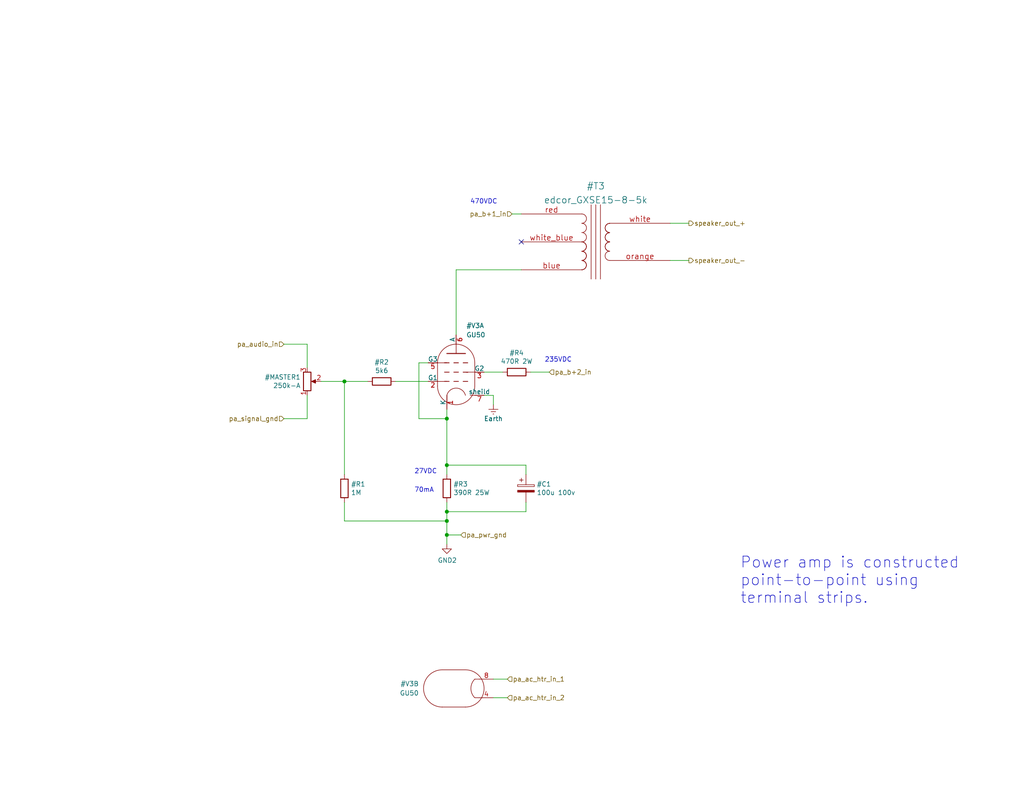
<source format=kicad_sch>
(kicad_sch (version 20211123) (generator eeschema)
  (paper "USLetter")
  (title_block (title "It is the Champion") (date "2022-07-16") (rev "0.1") (comment 1 "creativecommons.org/licenses/by/4.0/") (comment 2 "License: CC by 4.0") (comment 3 "Author: Jordan Aceto"))
  (lib_symbols
    (symbol "Device:C_Polarized" (pin_numbers hide) (pin_names (offset 0.254))
      (property "Reference" "C" (at 0.635 2.54 0))
      (property "Value" "C_Polarized" (at 0.635 -2.54 0))
      (symbol "C_Polarized_0_1"
        (rectangle (start -2.286 0.508) (end 2.286 1.016))
        (polyline (pts (xy -1.778 2.286) (xy -0.762 2.286)))
        (polyline (pts (xy -1.27 2.794) (xy -1.27 1.778)))
        (rectangle (start 2.286 -0.508) (end -2.286 -1.016) (fill (type outline)))
      )
      (symbol "C_Polarized_1_1"
        (pin passive line (at 0 3.81 270) (length 2.794) (name "~") (number "1"))
        (pin passive line (at 0 -3.81 90) (length 2.794) (name "~") (number "2"))
      )
    )
    (symbol "Device:R" (pin_numbers hide) (pin_names (offset 0))
      (property "Reference" "R" (at 2.032 0 90))
      (property "Value" "R" (at 0 0 90))
      (symbol "R_0_1"
        (rectangle (start -1.016 -2.54) (end 1.016 2.54) (stroke (width 0.254)))
      )
      (symbol "R_1_1"
        (pin passive line (at 0 3.81 270) (length 1.27) (name "~") (number "1"))
        (pin passive line (at 0 -3.81 90) (length 1.27) (name "~") (number "2"))
      )
    )
    (symbol "Device:R_Potentiometer" (pin_names (offset 1.016) hide)
      (property "Reference" "RV" (at -4.445 0 90))
      (property "Value" "R_Potentiometer" (at -2.54 0 90))
      (symbol "R_Potentiometer_0_1"
        (polyline (pts (xy 2.54 0) (xy 1.524 0)))
        (polyline (pts (xy 1.143 0) (xy 2.286 0.508) (xy 2.286 -0.508) (xy 1.143 0)) (fill (type outline)))
        (rectangle (start 1.016 2.54) (end -1.016 -2.54) (stroke (width 0.254)))
      )
      (symbol "R_Potentiometer_1_1"
        (pin passive line (at 0 3.81 270) (length 1.27) (name "1") (number "1"))
        (pin passive line (at 3.81 0 180) (length 1.27) (name "2") (number "2"))
        (pin passive line (at 0 -3.81 90) (length 1.27) (name "3") (number "3"))
      )
    )
    (symbol "custom_symbols:GU50" (pin_names (offset 0))
      (property "Reference" "V" (at 5.08 8.89 0))
      (property "Value" "GU50" (at 6.35 -7.62 0))
      (symbol "GU50_0_1"
        (arc (start -5.08 -2.54) (mid 0 -7.62) (end 5.08 -2.54))
        (polyline (pts (xy -5.08 3.81) (xy -5.08 -2.54) (xy -5.08 -2.54)))
        (polyline (pts (xy 5.08 3.81) (xy 5.08 -2.54) (xy 5.08 -2.54)))
        (arc (start 5.08 3.81) (mid 0 8.89) (end -5.08 3.81))
      )
      (symbol "GU50_1_0"
        (polyline (pts (xy -2.54 -5.08) (xy -2.54 -7.62)))
      )
      (symbol "GU50_1_1"
        (polyline (pts (xy -5.08 -1.27) (xy -2.54 -1.27)))
        (polyline (pts (xy -5.08 3.81) (xy -2.54 3.81)))
        (polyline (pts (xy -1.905 -1.27) (xy -3.175 -1.27)) (stroke (width 0.2032)))
        (polyline (pts (xy -1.905 1.27) (xy -3.175 1.27)) (stroke (width 0.2032)))
        (polyline (pts (xy -1.905 3.81) (xy -3.175 3.81)) (stroke (width 0.2032)))
        (polyline (pts (xy -0.635 -1.27) (xy 0.635 -1.27)) (stroke (width 0.2032)))
        (polyline (pts (xy -0.635 1.27) (xy 0.635 1.27)) (stroke (width 0.2032)))
        (polyline (pts (xy -0.635 3.81) (xy 0.635 3.81)) (stroke (width 0.2032)))
        (polyline (pts (xy 0 6.35) (xy 0 8.89)))
        (polyline (pts (xy 1.905 -1.27) (xy 3.175 -1.27)) (stroke (width 0.2032)))
        (polyline (pts (xy 1.905 1.27) (xy 3.175 1.27)) (stroke (width 0.2032)))
        (polyline (pts (xy 1.905 3.81) (xy 3.175 3.81)) (stroke (width 0.2032)))
        (polyline (pts (xy 2.794 1.27) (xy 3.175 1.27)) (stroke (width 0.2032)))
        (polyline (pts (xy 3.175 1.27) (xy 5.08 1.27)))
        (polyline (pts (xy 5.08 -5.08) (xy 3.81 -5.08)))
        (polyline (pts (xy -2.54 6.35) (xy 2.54 6.35) (xy 2.54 6.35) (xy 2.54 6.35)) (stroke (width 0.254)))
        (arc (start 2.54 -5.08) (mid 0 -3.0968) (end -2.54 -5.08))
        (pin bidirectional line (at -2.54 -8.89 90) (length 3.81) (name "K") (number "1"))
        (pin input line (at -7.62 -1.27 0) (length 2.54) (name "G1") (number "2"))
        (pin input line (at 7.62 1.27 180) (length 2.54) (name "G2") (number "3"))
        (pin input line (at -7.62 3.81 0) (length 2.54) (name "G3") (number "5"))
        (pin output line (at 0 11.43 270) (length 2.54) (name "A") (number "6"))
        (pin input line (at 7.62 -5.08 180) (length 2.54) (name "sheild") (number "7"))
      )
      (symbol "GU50_2_1"
        (polyline (pts (xy -2.54 -6.35) (xy -2.54 -5.08) (xy -2.54 -5.08)))
        (polyline (pts (xy 2.54 -6.35) (xy 2.54 -5.08) (xy 2.54 -5.08)))
        (arc (start 2.54 -5.08) (mid 0 -4.0279) (end -2.54 -5.08))
        (pin power_in line (at -2.54 -10.16 90) (length 3.81) (name "~") (number "4"))
        (pin power_in line (at 2.54 -10.16 90) (length 3.81) (name "~") (number "8"))
      )
    )
    (symbol "custom_symbols:edcor_GXSE15-x-yk" (pin_names (offset 1.016) hide)
      (property "Reference" "T" (at -1.27 13.97 0))
      (property "Value" "edcor_GXSE15-x-yk" (at -1.27 10.16 0))
      (symbol "edcor_GXSE15-x-yk_0_1"
        (polyline (pts (xy -2.54 7.62) (xy -2.54 -12.7)))
        (polyline (pts (xy -1.27 -12.7) (xy -1.27 7.62)))
        (polyline (pts (xy 0 7.62) (xy 0 -12.7)))
      )
      (symbol "edcor_GXSE15-x-yk_1_1"
        (arc (start -5.08 -10.16) (mid -3.81 -8.89) (end -5.08 -7.62))
        (arc (start -5.08 -7.62) (mid -3.81 -6.35) (end -5.08 -5.08))
        (arc (start -5.08 -5.08) (mid -3.81 -3.81) (end -5.08 -2.54))
        (arc (start -5.08 -2.5146) (mid -4.1999 -2.1501) (end -3.8354 -1.27))
        (arc (start -5.08 -2.5146) (mid -4.1999 -2.1501) (end -3.8354 -1.27))
        (arc (start -5.08 0.0254) (mid -4.1999 0.3899) (end -3.8354 1.27))
        (arc (start -5.08 0.0254) (mid -4.1999 0.3899) (end -3.8354 1.27))
        (arc (start -5.08 2.5654) (mid -4.1999 2.9299) (end -3.8354 3.81))
        (arc (start -5.08 2.5654) (mid -4.1999 2.9299) (end -3.8354 3.81))
        (arc (start -3.8354 -1.27) (mid -4.2037 -0.3861) (end -5.08 0))
        (arc (start -3.8354 -1.27) (mid -4.2037 -0.3861) (end -5.08 0))
        (arc (start -3.8354 1.27) (mid -4.2037 2.1539) (end -5.08 2.54))
        (arc (start -3.8354 1.27) (mid -4.2037 2.1539) (end -5.08 2.54))
        (arc (start -3.8354 3.81) (mid -4.2037 4.6939) (end -5.08 5.08))
        (arc (start -3.8354 3.81) (mid -4.2037 4.6939) (end -5.08 5.08))
        (arc (start 1.2954 -6.35) (mid 1.6599 -7.2301) (end 2.54 -7.5946))
        (arc (start 1.2954 -6.35) (mid 1.6599 -7.2301) (end 2.54 -7.5946))
        (arc (start 1.2954 -3.81) (mid 1.6599 -4.6901) (end 2.54 -5.0546))
        (arc (start 1.2954 -3.81) (mid 1.6599 -4.6901) (end 2.54 -5.0546))
        (arc (start 1.2954 -1.27) (mid 1.6599 -2.1501) (end 2.54 -2.5146))
        (arc (start 1.2954 -1.27) (mid 1.6599 -2.1501) (end 2.54 -2.5146))
        (arc (start 2.54 -5.08) (mid 1.6456 -5.4483) (end 1.2954 -6.35))
        (arc (start 2.54 -5.08) (mid 1.6456 -5.4483) (end 1.2954 -6.35))
        (arc (start 2.54 -2.54) (mid 1.6456 -2.9083) (end 1.2954 -3.81))
        (arc (start 2.54 -2.54) (mid 1.6456 -2.9083) (end 1.2954 -3.81))
        (arc (start 2.54 0) (mid 1.6456 -0.3683) (end 1.2954 -1.27))
        (arc (start 2.54 0) (mid 1.6456 -0.3683) (end 1.2954 -1.27))
        (arc (start 2.54 2.54) (mid 1.27 1.27) (end 2.54 0))
        (pin passive line (at -21.59 5.08 0) (length 16.51) (name "~") (number "blue"))
        (pin passive line (at 19.05 2.54 180) (length 16.51) (name "~") (number "orange"))
        (pin passive line (at -21.59 -10.16 0) (length 16.51) (name "16") (number "red"))
        (pin passive line (at 19.05 -7.62 180) (length 16.51) (name "~") (number "white"))
        (pin passive line (at -21.59 -2.54 0) (length 16.51) (name "~") (number "white_blue"))
      )
    )
    (symbol "power:Earth" (power) (pin_names (offset 0))
      (symbol "Earth_0_1"
        (polyline (pts (xy -0.635 -1.905) (xy 0.635 -1.905)))
        (polyline (pts (xy -0.127 -2.54) (xy 0.127 -2.54)))
        (polyline (pts (xy 0 -1.27) (xy 0 0)))
        (polyline (pts (xy 1.27 -1.27) (xy -1.27 -1.27)))
      )
      (symbol "Earth_1_1"
        (pin power_in line (at 0 0 270) (length 0) hide (name "Earth") (number "1"))
      )
    )
    (symbol "power:GND2" (power) (pin_names (offset 0))
      (property "Value" "GND2" (at 0 -3.81 0))
      (symbol "GND2_0_1"
        (polyline (pts (xy 0 0) (xy 0 -1.27) (xy 1.27 -1.27) (xy 0 -2.54) (xy -1.27 -1.27) (xy 0 -1.27)))
      )
      (symbol "GND2_1_1"
        (pin power_in line (at 0 0 270) (length 0) hide (name "GND2") (number "1"))
      )
    )
  )
  (junction (at 93.98 104.14))
  (junction (at 121.92 114.3))
  (junction (at 121.92 142.24))
  (junction (at 121.92 146.05))
  (junction (at 121.92 127))
  (junction (at 121.92 139.7))
  (no_connect (at 142.24 66.04))
  (wire (pts (xy 121.92 142.24) (xy 93.98 142.24)))
  (wire (pts (xy 124.46 73.66) (xy 124.46 91.44)))
  (wire (pts (xy 121.92 111.76) (xy 121.92 114.3)))
  (wire (pts (xy 93.98 129.54) (xy 93.98 104.14)))
  (wire (pts (xy 144.78 101.6) (xy 149.86 101.6)))
  (wire (pts (xy 134.62 107.95) (xy 132.08 107.95)))
  (wire (pts (xy 83.82 93.98) (xy 77.47 93.98)))
  (wire (pts (xy 116.84 99.06) (xy 114.3 99.06)))
  (wire (pts (xy 114.3 99.06) (xy 114.3 114.3)))
  (wire (pts (xy 134.62 190.5) (xy 138.43 190.5)))
  (wire (pts (xy 121.92 137.16) (xy 121.92 139.7)))
  (wire (pts (xy 93.98 104.14) (xy 100.33 104.14)))
  (wire (pts (xy 87.63 104.14) (xy 93.98 104.14)))
  (wire (pts (xy 121.92 142.24) (xy 121.92 139.7)))
  (wire (pts (xy 107.95 104.14) (xy 116.84 104.14)))
  (wire (pts (xy 83.82 100.33) (xy 83.82 93.98)))
  (wire (pts (xy 121.92 148.59) (xy 121.92 146.05)))
  (wire (pts (xy 125.73 146.05) (xy 121.92 146.05)))
  (wire (pts (xy 143.51 127) (xy 121.92 127)))
  (wire (pts (xy 121.92 114.3) (xy 121.92 127)))
  (wire (pts (xy 187.96 60.96) (xy 182.88 60.96)))
  (wire (pts (xy 134.62 107.95) (xy 134.62 110.49)))
  (wire (pts (xy 77.47 114.3) (xy 83.82 114.3)))
  (wire (pts (xy 93.98 137.16) (xy 93.98 142.24)))
  (wire (pts (xy 121.92 146.05) (xy 121.92 142.24)))
  (wire (pts (xy 114.3 114.3) (xy 121.92 114.3)))
  (wire (pts (xy 143.51 129.54) (xy 143.51 127)))
  (wire (pts (xy 143.51 139.7) (xy 143.51 137.16)))
  (wire (pts (xy 134.62 185.42) (xy 138.43 185.42)))
  (wire (pts (xy 121.92 127) (xy 121.92 129.54)))
  (wire (pts (xy 121.92 139.7) (xy 143.51 139.7)))
  (wire (pts (xy 142.24 73.66) (xy 124.46 73.66)))
  (wire (pts (xy 137.16 101.6) (xy 132.08 101.6)))
  (wire (pts (xy 182.88 71.12) (xy 187.96 71.12)))
  (wire (pts (xy 139.7 58.42) (xy 142.24 58.42)))
  (wire (pts (xy 83.82 107.95) (xy 83.82 114.3)))
  (text "470VDC" (at 128.27 55.88 0) (effects (font (size 1.27 1.27)) (justify left bottom)))
  (text "235VDC" (at 148.59 99.06 0) (effects (font (size 1.27 1.27)) (justify left bottom)))
  (text "70mA" (at 113.03 134.62 0) (effects (font (size 1.27 1.27)) (justify left bottom)))
  (text "27VDC" (at 113.03 129.54 0) (effects (font (size 1.27 1.27)) (justify left bottom)))
  (text "Power amp is constructed\npoint-to-point using\nterminal strips." (at 201.93 165.1 0) (effects (font (size 2.9972 2.9972)) (justify left bottom)))
  (hierarchical_label "pa_b+1_in" (shape input) (at 139.7 58.42 180))
  (hierarchical_label "pa_ac_htr_in_2" (shape input) (at 138.43 190.5 0))
  (hierarchical_label "pa_b+2_in" (shape input) (at 149.86 101.6 0))
  (hierarchical_label "speaker_out_+" (shape output) (at 187.96 60.96 0))
  (hierarchical_label "speaker_out_-" (shape output) (at 187.96 71.12 0))
  (hierarchical_label "pa_signal_gnd" (shape input) (at 77.47 114.3 180))
  (hierarchical_label "pa_ac_htr_in_1" (shape input) (at 138.43 185.42 0))
  (hierarchical_label "pa_pwr_gnd" (shape input) (at 125.73 146.05 0))
  (hierarchical_label "pa_audio_in" (shape input) (at 77.47 93.98 180))
  (symbol (lib_id "Device:R") (at 93.98 133.35 0) (unit 1)
    (property "Reference" "#R1" (at 95.758 132.1816 0) (effects (justify left)))
    (property "Value" "1M" (at 95.758 134.493 0) (effects (justify left)))
    (property "Footprint" "Resistor_THT:R_Axial_DIN0414_L11.9mm_D4.5mm_P20.32mm_Horizontal" (effects hide))
  )
  (symbol (lib_id "Device:R") (at 104.14 104.14 270) (unit 1)
    (property "Reference" "#R2" (at 104.14 98.8822 90))
    (property "Value" "5k6" (at 104.14 101.1936 90))
    (property "Footprint" "Resistor_THT:R_Axial_DIN0414_L11.9mm_D4.5mm_P20.32mm_Horizontal" (effects hide))
  )
  (symbol (lib_id "Device:R") (at 140.97 101.6 270) (unit 1)
    (property "Reference" "#R4" (at 140.97 96.3422 90))
    (property "Value" "470R 2W" (at 140.97 98.6536 90))
    (property "Footprint" "Resistor_THT:R_Axial_DIN0414_L11.9mm_D4.5mm_P20.32mm_Horizontal" (effects hide))
  )
  (symbol (lib_id "Device:R") (at 121.92 133.35 0) (unit 1)
    (property "Reference" "#R3" (at 123.698 132.1816 0) (effects (justify left)))
    (property "Value" "390R 25W" (at 123.698 134.493 0) (effects (justify left)))
    (property "Footprint" "Resistor_THT:R_Axial_Power_L48.0mm_W12.5mm_P60.96mm" (effects hide))
  )
  (symbol (lib_id "Device:C_Polarized") (at 143.51 133.35 0) (unit 1)
    (property "Reference" "#C1" (at 146.431 132.1816 0) (effects (justify left)))
    (property "Value" "100u 100v" (at 146.431 134.493 0) (effects (justify left)))
  )
  (symbol (lib_id "Device:R_Potentiometer") (at 83.82 104.14 0) (mirror x) (unit 1)
    (property "Reference" "#MASTER1" (at 82.042 102.9716 0) (effects (justify right)))
    (property "Value" "250k-A" (at 82.042 105.283 0) (effects (justify right)))
  )
  (symbol (lib_id "power:Earth") (at 134.62 110.49 0) (unit 1)
    (property "Reference" "#PWR0107" (effects hide))
    (property "Value" "Earth" (at 134.62 114.3 0))
  )
  (symbol (lib_id "power:GND2") (at 121.92 148.59 0) (unit 1)
    (property "Reference" "#PWR0110" (effects hide))
    (property "Value" "GND2" (at 122.047 152.9842 0))
  )
  (symbol (lib_id "custom_symbols:GU50") (at 124.46 187.96 90) (unit 2)
    (property "Reference" "#V3" (at 114.3 186.6899 90) (effects (justify left)))
    (property "Value" "GU50" (at 114.3 189.2299 90) (effects (justify left)))
    (property "Footprint" "Valve:Valve_Octal" (effects hide))
  )
  (symbol (lib_id "custom_symbols:GU50") (at 124.46 102.87 0) (unit 1)
    (property "Reference" "#V3" (at 127.2287 88.9 0) (effects (justify left)))
    (property "Value" "GU50" (at 127.2287 91.44 0) (effects (justify left)))
    (property "Footprint" "Valve:Valve_Octal" (effects hide))
  )
  (symbol (lib_id "custom_symbols:edcor_GXSE15-x-yk") (at 163.83 68.58 0) (mirror x) (unit 1)
    (property "Reference" "#T3" (at 162.56 50.8 0) (effects (font (size 1.778 1.778))))
    (property "Value" "edcor_GXSE15-8-5k" (at 162.56 54.61 0) (effects (font (size 1.778 1.778))))
  )
)
</source>
